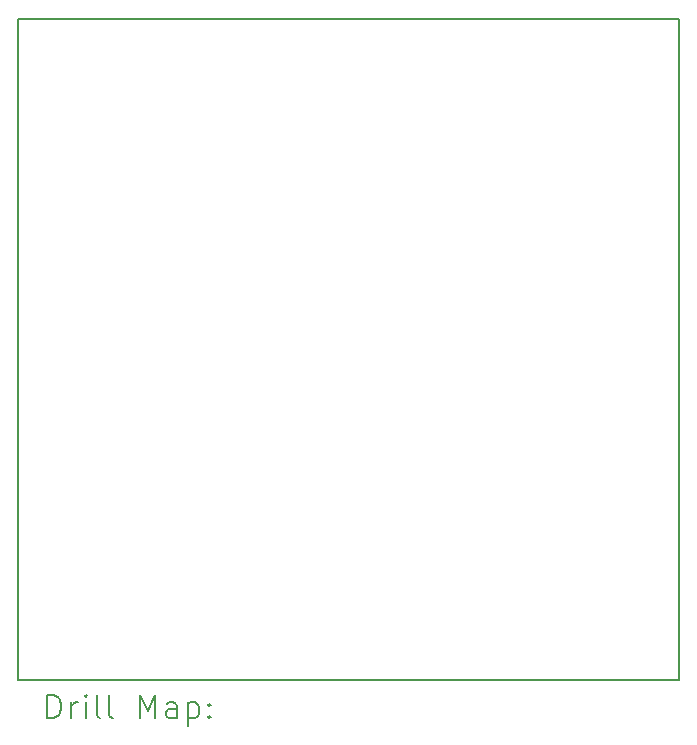
<source format=gbr>
%TF.GenerationSoftware,KiCad,Pcbnew,9.0.0*%
%TF.CreationDate,2025-04-09T17:27:36-07:00*%
%TF.ProjectId,Relay Board,52656c61-7920-4426-9f61-72642e6b6963,rev?*%
%TF.SameCoordinates,Original*%
%TF.FileFunction,Drillmap*%
%TF.FilePolarity,Positive*%
%FSLAX45Y45*%
G04 Gerber Fmt 4.5, Leading zero omitted, Abs format (unit mm)*
G04 Created by KiCad (PCBNEW 9.0.0) date 2025-04-09 17:27:36*
%MOMM*%
%LPD*%
G01*
G04 APERTURE LIST*
%ADD10C,0.200000*%
G04 APERTURE END LIST*
D10*
X9740000Y-9300000D02*
X15340000Y-9300000D01*
X15340000Y-14900000D01*
X9740000Y-14900000D01*
X9740000Y-9300000D01*
X9990777Y-15221484D02*
X9990777Y-15021484D01*
X9990777Y-15021484D02*
X10038396Y-15021484D01*
X10038396Y-15021484D02*
X10066967Y-15031008D01*
X10066967Y-15031008D02*
X10086015Y-15050055D01*
X10086015Y-15050055D02*
X10095539Y-15069103D01*
X10095539Y-15069103D02*
X10105063Y-15107198D01*
X10105063Y-15107198D02*
X10105063Y-15135769D01*
X10105063Y-15135769D02*
X10095539Y-15173865D01*
X10095539Y-15173865D02*
X10086015Y-15192912D01*
X10086015Y-15192912D02*
X10066967Y-15211960D01*
X10066967Y-15211960D02*
X10038396Y-15221484D01*
X10038396Y-15221484D02*
X9990777Y-15221484D01*
X10190777Y-15221484D02*
X10190777Y-15088150D01*
X10190777Y-15126246D02*
X10200301Y-15107198D01*
X10200301Y-15107198D02*
X10209824Y-15097674D01*
X10209824Y-15097674D02*
X10228872Y-15088150D01*
X10228872Y-15088150D02*
X10247920Y-15088150D01*
X10314586Y-15221484D02*
X10314586Y-15088150D01*
X10314586Y-15021484D02*
X10305063Y-15031008D01*
X10305063Y-15031008D02*
X10314586Y-15040531D01*
X10314586Y-15040531D02*
X10324110Y-15031008D01*
X10324110Y-15031008D02*
X10314586Y-15021484D01*
X10314586Y-15021484D02*
X10314586Y-15040531D01*
X10438396Y-15221484D02*
X10419348Y-15211960D01*
X10419348Y-15211960D02*
X10409824Y-15192912D01*
X10409824Y-15192912D02*
X10409824Y-15021484D01*
X10543158Y-15221484D02*
X10524110Y-15211960D01*
X10524110Y-15211960D02*
X10514586Y-15192912D01*
X10514586Y-15192912D02*
X10514586Y-15021484D01*
X10771729Y-15221484D02*
X10771729Y-15021484D01*
X10771729Y-15021484D02*
X10838396Y-15164341D01*
X10838396Y-15164341D02*
X10905063Y-15021484D01*
X10905063Y-15021484D02*
X10905063Y-15221484D01*
X11086015Y-15221484D02*
X11086015Y-15116722D01*
X11086015Y-15116722D02*
X11076491Y-15097674D01*
X11076491Y-15097674D02*
X11057444Y-15088150D01*
X11057444Y-15088150D02*
X11019348Y-15088150D01*
X11019348Y-15088150D02*
X11000301Y-15097674D01*
X11086015Y-15211960D02*
X11066967Y-15221484D01*
X11066967Y-15221484D02*
X11019348Y-15221484D01*
X11019348Y-15221484D02*
X11000301Y-15211960D01*
X11000301Y-15211960D02*
X10990777Y-15192912D01*
X10990777Y-15192912D02*
X10990777Y-15173865D01*
X10990777Y-15173865D02*
X11000301Y-15154817D01*
X11000301Y-15154817D02*
X11019348Y-15145293D01*
X11019348Y-15145293D02*
X11066967Y-15145293D01*
X11066967Y-15145293D02*
X11086015Y-15135769D01*
X11181253Y-15088150D02*
X11181253Y-15288150D01*
X11181253Y-15097674D02*
X11200301Y-15088150D01*
X11200301Y-15088150D02*
X11238396Y-15088150D01*
X11238396Y-15088150D02*
X11257443Y-15097674D01*
X11257443Y-15097674D02*
X11266967Y-15107198D01*
X11266967Y-15107198D02*
X11276491Y-15126246D01*
X11276491Y-15126246D02*
X11276491Y-15183388D01*
X11276491Y-15183388D02*
X11266967Y-15202436D01*
X11266967Y-15202436D02*
X11257443Y-15211960D01*
X11257443Y-15211960D02*
X11238396Y-15221484D01*
X11238396Y-15221484D02*
X11200301Y-15221484D01*
X11200301Y-15221484D02*
X11181253Y-15211960D01*
X11362205Y-15202436D02*
X11371729Y-15211960D01*
X11371729Y-15211960D02*
X11362205Y-15221484D01*
X11362205Y-15221484D02*
X11352682Y-15211960D01*
X11352682Y-15211960D02*
X11362205Y-15202436D01*
X11362205Y-15202436D02*
X11362205Y-15221484D01*
X11362205Y-15097674D02*
X11371729Y-15107198D01*
X11371729Y-15107198D02*
X11362205Y-15116722D01*
X11362205Y-15116722D02*
X11352682Y-15107198D01*
X11352682Y-15107198D02*
X11362205Y-15097674D01*
X11362205Y-15097674D02*
X11362205Y-15116722D01*
M02*

</source>
